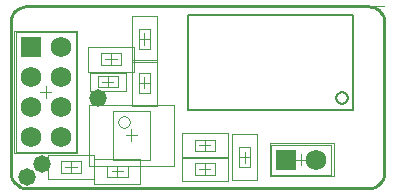
<source format=gbs>
G04*
G04 #@! TF.GenerationSoftware,Altium Limited,Altium Designer,18.1.9 (240)*
G04*
G04 Layer_Color=16711935*
%FSLAX25Y25*%
%MOIN*%
G70*
G01*
G75*
%ADD12C,0.01000*%
%ADD13C,0.00197*%
%ADD14C,0.00394*%
%ADD15C,0.00500*%
%ADD26C,0.06902*%
%ADD27R,0.06902X0.06902*%
%ADD28R,0.06902X0.06902*%
%ADD29C,0.05800*%
D12*
X124500Y55500D02*
X124350Y56519D01*
X124005Y57490D01*
X123476Y58375D01*
X122785Y59139D01*
X121959Y59754D01*
X121028Y60196D01*
X120029Y60448D01*
X119000Y60500D01*
X119500Y-0D02*
X120475Y96D01*
X121413Y381D01*
X122278Y843D01*
X123036Y1464D01*
X123657Y2222D01*
X124119Y3087D01*
X124404Y4025D01*
X124500Y5000D01*
X-0Y5000D02*
X96Y4025D01*
X381Y3087D01*
X843Y2222D01*
X1464Y1464D01*
X2222Y843D01*
X3087Y381D01*
X4025Y96D01*
X5000Y0D01*
Y60500D02*
X4025Y60404D01*
X3087Y60119D01*
X2222Y59657D01*
X1464Y59035D01*
X843Y58278D01*
X381Y57413D01*
X96Y56476D01*
X0Y55500D01*
X124500Y5000D02*
Y55500D01*
X5000Y0D02*
X119500D01*
X0Y5000D02*
Y55500D01*
X5000Y60500D02*
X119000D01*
D13*
X60000Y61000D02*
X60500Y60500D01*
X124500D01*
X42539Y35047D02*
X46279D01*
X44409Y33177D02*
Y36917D01*
X48543Y27370D02*
Y42724D01*
X40276Y27370D02*
Y42724D01*
X48543D01*
X40276Y27370D02*
X48543D01*
X86457Y4055D02*
Y14842D01*
X107744D01*
X86457Y4055D02*
X107744D01*
Y14842D01*
X73819Y17913D02*
X82087D01*
X73819Y2559D02*
X82087D01*
Y17913D01*
X73819Y2559D02*
Y17913D01*
X77953Y8366D02*
Y12106D01*
X76083Y10236D02*
X79823D01*
X64567Y4429D02*
Y8169D01*
X62697Y6299D02*
X66437D01*
X56890Y2165D02*
X72244D01*
X56890Y10433D02*
X72244D01*
Y2165D02*
Y10433D01*
X56890Y2165D02*
Y10433D01*
X64567Y12303D02*
Y16043D01*
X62697Y14173D02*
X66437D01*
X56890Y10039D02*
X72244D01*
X56890Y18307D02*
X72244D01*
Y10039D02*
Y18307D01*
X56890Y10039D02*
Y18307D01*
X40276Y57284D02*
X48543D01*
X40276Y41929D02*
X48543D01*
Y57284D01*
X40276Y41929D02*
Y57284D01*
X44409Y47736D02*
Y51476D01*
X42539Y49606D02*
X46279D01*
X1142Y11504D02*
X21929D01*
X1142D02*
Y52291D01*
X21929Y11504D02*
Y52291D01*
X1142D02*
X21929D01*
X33386Y41051D02*
Y44791D01*
X31516Y42921D02*
X35256D01*
X25709Y47055D02*
X41063D01*
X25709Y38787D02*
X41063D01*
X25709D02*
Y47055D01*
X41063Y38787D02*
Y47055D01*
X32303Y33531D02*
Y37272D01*
X30433Y35402D02*
X34173D01*
X26398Y32449D02*
X38209D01*
X26398Y38354D02*
X38209D01*
Y32449D02*
Y38354D01*
X26398Y32449D02*
Y38354D01*
X12323Y2843D02*
Y11110D01*
X27677Y2843D02*
Y11110D01*
X12323D02*
X27677D01*
X12323Y2843D02*
X27677D01*
X18130Y6976D02*
X21870D01*
X20000Y5106D02*
Y8846D01*
X43110Y1378D02*
Y9646D01*
X27756Y1378D02*
Y9646D01*
Y1378D02*
X43110D01*
X27756Y9646D02*
X43110D01*
X33563Y5512D02*
X37303D01*
X35433Y3642D02*
Y7382D01*
X26102Y7291D02*
Y27764D01*
X54252Y7291D02*
Y27764D01*
X26102D02*
X54252D01*
X26102Y7291D02*
X54252D01*
D14*
X39587Y22055D02*
X39323Y23039D01*
X38602Y23760D01*
X37618Y24024D01*
X36634Y23760D01*
X35913Y23039D01*
X35650Y22055D01*
X35913Y21071D01*
X36634Y20350D01*
X37618Y20087D01*
X38602Y20350D01*
X39323Y21071D01*
X39587Y22055D01*
X46279Y31701D02*
Y38394D01*
X42539Y31701D02*
Y38394D01*
X46279D01*
X42539Y31701D02*
X46279D01*
X106850Y4449D02*
Y14449D01*
X86850Y4449D02*
X106850D01*
X86850D02*
Y14449D01*
X106850D01*
X76083Y13681D02*
X79823D01*
X76083Y6791D02*
X79823D01*
Y13681D01*
X76083Y6791D02*
Y13681D01*
X61221Y4429D02*
X67913D01*
X61221Y8169D02*
X67913D01*
Y4429D02*
Y8169D01*
X61221Y4429D02*
Y8169D01*
Y12303D02*
X67913D01*
X61221Y16043D02*
X67913D01*
Y12303D02*
Y16043D01*
X61221Y12303D02*
Y16043D01*
X42539Y53051D02*
X46279D01*
X42539Y46161D02*
X46279D01*
Y53051D01*
X42539Y46161D02*
Y53051D01*
X1535Y11898D02*
X21535D01*
X1535D02*
Y51898D01*
X21535Y11898D02*
Y51898D01*
X1535D02*
X21535D01*
X30039Y44791D02*
X36732D01*
X30039Y41051D02*
X36732D01*
X30039D02*
Y44791D01*
X36732Y41051D02*
Y44791D01*
X28957Y33531D02*
X35650D01*
X28957Y37272D02*
X35650D01*
Y33531D02*
Y37272D01*
X28957Y33531D02*
Y37272D01*
X16555Y5106D02*
Y8846D01*
X23445Y5106D02*
Y8846D01*
X16555D02*
X23445D01*
X16555Y5106D02*
X23445D01*
X38878Y3642D02*
Y7382D01*
X31988Y3642D02*
Y7382D01*
Y3642D02*
X38878D01*
X31988Y7382D02*
X38878D01*
X34075Y9457D02*
Y25598D01*
X46279Y9457D02*
Y25598D01*
X34075D02*
X46279D01*
X34075Y9457D02*
X46279D01*
X96850Y7480D02*
Y11417D01*
X94882Y9449D02*
X98819D01*
X9567Y31898D02*
X13504D01*
X11535Y29929D02*
Y33866D01*
X38209Y17528D02*
X42146D01*
X40177Y15559D02*
Y19496D01*
D15*
X112205Y29921D02*
X111941Y30906D01*
X111221Y31626D01*
X110236Y31890D01*
X109252Y31626D01*
X108531Y30906D01*
X108267Y29921D01*
X108531Y28937D01*
X109252Y28216D01*
X110236Y27952D01*
X111221Y28216D01*
X111941Y28937D01*
X112205Y29921D01*
X59055Y25984D02*
Y57480D01*
X114173D01*
Y25984D02*
Y57480D01*
X59055Y25984D02*
X114173D01*
D26*
X101850Y9449D02*
D03*
X16535Y16898D02*
D03*
X6535D02*
D03*
X16535Y26898D02*
D03*
Y36898D02*
D03*
X6535Y26898D02*
D03*
Y36898D02*
D03*
X16535Y46898D02*
D03*
D27*
X91850Y9449D02*
D03*
D28*
X6535Y46898D02*
D03*
D29*
X10370Y8008D02*
D03*
X5378Y3747D02*
D03*
X29134Y29921D02*
D03*
M02*

</source>
